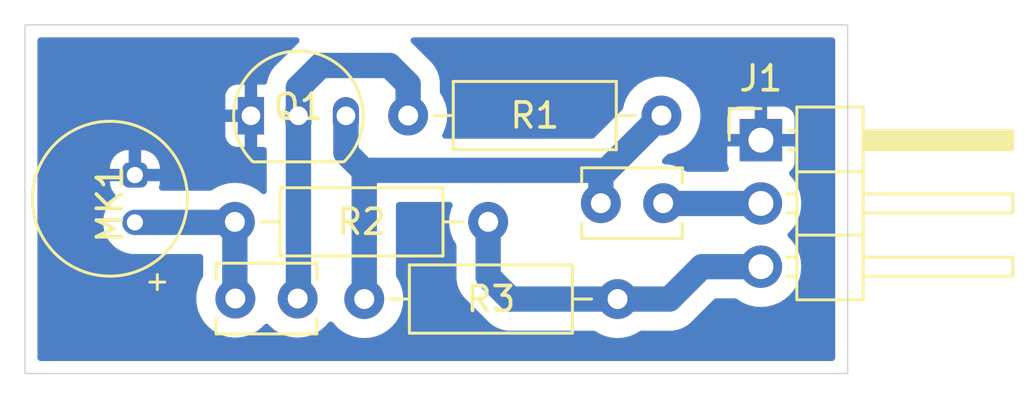
<source format=kicad_pcb>
(kicad_pcb (version 20240108) (generator "pcbnew") (generator_version "8.0")
  (layers (0 "F.Cu" signal) (31 "B.Cu" signal) (34 "B.Paste" user) (35 "F.Paste" user) (36 "B.SilkS" user "B.Silkscreen") (37 "F.SilkS" user "F.Silkscreen") (38 "B.Mask" user) (39 "F.Mask" user) (44 "Edge.Cuts" user))
  (net 0 "")
  (net 1 "Net-(MK1-+)")
  (net 2 "Net-(Q1-B)")
  (net 3 "Net-(Q1-C)")
  (net 4 "Net-(J1-Pin_2)")
  (net 5 "+9V")
  (net 6 "GND")
  (footprint "Resistor_THT:R_Axial_DIN0207_L6.3mm_D2.5mm_P10.16mm_Horizontal" (layer "F.Cu") (at 117.42 98.91)
    (property "Reference" "R2" (at 5.08 0 0) (layer "F.SilkS"))
    (property "Value" "10k")
    (fp_line (start 1.04 0) (end 1.81 0) (stroke (width 0.12)) (layer "F.SilkS"))
    (fp_line (start 1.81 -1.37) (end 1.81 1.37) (stroke (width 0.12)) (layer "F.SilkS"))
    (fp_line (start 1.81 1.37) (end 8.35 1.37) (stroke (width 0.12)) (layer "F.SilkS"))
    (fp_line (start 8.35 -1.37) (end 1.81 -1.37) (stroke (width 0.12)) (layer "F.SilkS"))
    (fp_line (start 8.35 1.37) (end 8.35 -1.37) (stroke (width 0.12)) (layer "F.SilkS"))
    (fp_line (start 9.12 0) (end 8.35 0) (stroke (width 0.12)) (layer "F.SilkS"))
    (pad "1" thru_hole circle (at 0 0) (size 1.6 1.6) (drill 0.8) (layers "*.Cu" "*.Mask") (net 1 "Net-(MK1-+)"))
    (pad "2" thru_hole oval (at 10.16 0) (size 1.6 1.6) (drill 0.8) (layers "*.Cu" "*.Mask") (net 5 "+9V"))
  )
  (footprint "Connector_PinHeader_2.54mm:PinHeader_1x03_P2.54mm_Horizontal" (layer "F.Cu") (at 138.52 95.63)
    (property "Reference" "J1" (at 0 -2.48 360) (layer "F.SilkS"))
    (property "Value" "AMP.")
    (fp_line (start -1.27 -1.27) (end 0 -1.27) (stroke (width 0.12)) (layer "F.SilkS"))
    (fp_line (start -1.27 0) (end -1.27 -1.27) (stroke (width 0.12)) (layer "F.SilkS"))
    (fp_line (start 1.042929 2.16) (end 1.44 2.16) (stroke (width 0.12)) (layer "F.SilkS"))
    (fp_line (start 1.042929 2.92) (end 1.44 2.92) (stroke (width 0.12)) (layer "F.SilkS"))
    (fp_line (start 1.042929 4.7) (end 1.44 4.7) (stroke (width 0.12)) (layer "F.SilkS"))
    (fp_line (start 1.042929 5.46) (end 1.44 5.46) (stroke (width 0.12)) (layer "F.SilkS"))
    (fp_line (start 1.11 -0.38) (end 1.44 -0.38) (stroke (width 0.12)) (layer "F.SilkS"))
    (fp_line (start 1.11 0.38) (end 1.44 0.38) (stroke (width 0.12)) (layer "F.SilkS"))
    (fp_line (start 1.44 -1.33) (end 1.44 6.41) (stroke (width 0.12)) (layer "F.SilkS"))
    (fp_line (start 1.44 1.27) (end 4.1 1.27) (stroke (width 0.12)) (layer "F.SilkS"))
    (fp_line (start 1.44 3.81) (end 4.1 3.81) (stroke (width 0.12)) (layer "F.SilkS"))
    (fp_line (start 1.44 6.41) (end 4.1 6.41) (stroke (width 0.12)) (layer "F.SilkS"))
    (fp_line (start 4.1 -1.33) (end 1.44 -1.33) (stroke (width 0.12)) (layer "F.SilkS"))
    (fp_line (start 4.1 -0.38) (end 10.1 -0.38) (stroke (width 0.12)) (layer "F.SilkS"))
    (fp_line (start 4.1 -0.32) (end 10.1 -0.32) (stroke (width 0.12)) (layer "F.SilkS"))
    (fp_line (start 4.1 -0.2) (end 10.1 -0.2) (stroke (width 0.12)) (layer "F.SilkS"))
    (fp_line (start 4.1 -0.08) (end 10.1 -0.08) (stroke (width 0.12)) (layer "F.SilkS"))
    (fp_line (start 4.1 0.04) (end 10.1 0.04) (stroke (width 0.12)) (layer "F.SilkS"))
    (fp_line (start 4.1 0.16) (end 10.1 0.16) (stroke (width 0.12)) (layer "F.SilkS"))
    (fp_line (start 4.1 0.28) (end 10.1 0.28) (stroke (width 0.12)) (layer "F.SilkS"))
    (fp_line (start 4.1 2.16) (end 10.1 2.16) (stroke (width 0.12)) (layer "F.SilkS"))
    (fp_line (start 4.1 4.7) (end 10.1 4.7) (stroke (width 0.12)) (layer "F.SilkS"))
    (fp_line (start 4.1 6.41) (end 4.1 -1.33) (stroke (width 0.12)) (layer "F.SilkS"))
    (fp_line (start 10.1 -0.38) (end 10.1 0.38) (stroke (width 0.12)) (layer "F.SilkS"))
    (fp_line (start 10.1 0.38) (end 4.1 0.38) (stroke (width 0.12)) (layer "F.SilkS"))
    (fp_line (start 10.1 2.16) (end 10.1 2.92) (stroke (width 0.12)) (layer "F.SilkS"))
    (fp_line (start 10.1 2.92) (end 4.1 2.92) (stroke (width 0.12)) (layer "F.SilkS"))
    (fp_line (start 10.1 4.7) (end 10.1 5.46) (stroke (width 0.12)) (layer "F.SilkS"))
    (fp_line (start 10.1 5.46) (end 4.1 5.46) (stroke (width 0.12)) (layer "F.SilkS"))
    (pad "1" thru_hole rect (at 0 0) (size 1.7 1.7) (drill 1) (layers "*.Cu" "*.Mask") (net 6 "GND"))
    (pad "2" thru_hole oval (at 0 2.54) (size 1.7 1.7) (drill 1) (layers "*.Cu" "*.Mask") (net 4 "Net-(J1-Pin_2)"))
    (pad "3" thru_hole oval (at 0 5.08) (size 1.7 1.7) (drill 1) (layers "*.Cu" "*.Mask") (net 5 "+9V"))
  )
  (footprint "Package_TO_SOT_THT:TO-92_Inline" (layer "F.Cu") (at 118.7 94.65)
    (property "Reference" "Q1" (at 1.27 -0.36 0) (layer "F.SilkS"))
    (property "Value" "2N3904")
    (fp_line (start -0.53 1.85) (end 3.07 1.85) (stroke (width 0.12)) (layer "F.SilkS"))
    (fp_arc (start -0.568478 1.838478) (mid -1.132087 -0.994977) (end 1.27 -2.6) (stroke (width 0.12)) (layer "F.SilkS"))
    (fp_arc (start 1.27 -2.6) (mid 3.672087 -0.994977) (end 3.108478 1.838478) (stroke (width 0.12)) (layer "F.SilkS"))
    (pad "1" thru_hole rect (at -0.635 0) (size 1.05 1.5) (drill 0.75) (layers "*.Cu" "*.Mask") (net 6 "GND"))
    (pad "2" thru_hole oval (at 1.27 0) (size 1.05 1.5) (drill 0.75) (layers "*.Cu" "*.Mask") (net 2 "Net-(Q1-B)"))
    (pad "3" thru_hole oval (at 3.175 0) (size 1.05 1.5) (drill 0.75) (layers "*.Cu" "*.Mask") (net 3 "Net-(Q1-C)"))
  )
  (footprint "Capacitor_THT:C_Disc_D3.8mm_W2.6mm_P2.50mm" (layer "F.Cu") (at 132.1 98.16)
    (property "Reference" "C2" (hide yes))
    (property "Value" "100nF")
    (fp_line (start -0.77 -1.42) (end -0.77 -0.795) (stroke (width 0.12)) (layer "F.SilkS"))
    (fp_line (start -0.77 -1.42) (end 3.27 -1.42) (stroke (width 0.12)) (layer "F.SilkS"))
    (fp_line (start -0.77 0.795) (end -0.77 1.42) (stroke (width 0.12)) (layer "F.SilkS"))
    (fp_line (start -0.77 1.42) (end 3.27 1.42) (stroke (width 0.12)) (layer "F.SilkS"))
    (fp_line (start 3.27 -1.42) (end 3.27 -0.795) (stroke (width 0.12)) (layer "F.SilkS"))
    (fp_line (start 3.27 0.795) (end 3.27 1.42) (stroke (width 0.12)) (layer "F.SilkS"))
    (pad "1" thru_hole circle (at 0 0) (size 1.6 1.6) (drill 0.8) (layers "*.Cu" "*.Mask") (net 3 "Net-(Q1-C)"))
    (pad "2" thru_hole circle (at 2.5 0) (size 1.6 1.6) (drill 0.8) (layers "*.Cu" "*.Mask") (net 4 "Net-(J1-Pin_2)"))
  )
  (footprint "Sensor_Audio:POM-2244P-C3310-2-R" (layer "F.Cu") (at 113.41 97.03 -90)
    (property "Reference" "MK1" (at 1.1675 1 90) (layer "F.SilkS"))
    (property "Value" "Microphone")
    (fp_line (start 4.3 -0.9) (end 4 -0.9) (stroke (width 0.12)) (layer "F.SilkS"))
    (fp_line (start 4.3 -0.9) (end 4.6 -0.9) (stroke (width 0.12)) (layer "F.SilkS"))
    (fp_line (start 4.3 -1.2) (end 4.3 -0.6) (stroke (width 0.12)) (layer "F.SilkS"))
    (fp_circle (center 0.95 1) (end 4.06 1) (stroke (width 0.12)) (fill none) (layer "F.SilkS"))
    (pad "1" thru_hole roundrect (at 0 0 270) (size 1 1) (drill 0.65) (layers "*.Cu" "*.Mask") (net 6 "GND"))
    (pad "2" thru_hole circle (at 1.9 0 270) (size 1 1) (drill 0.65) (layers "*.Cu" "*.Mask") (net 1 "Net-(MK1-+)"))
  )
  (footprint "Resistor_THT:R_Axial_DIN0207_L6.3mm_D2.5mm_P10.16mm_Horizontal" (layer "F.Cu") (at 122.61 102.01)
    (property "Reference" "R3" (at 5.08 0 0) (layer "F.SilkS"))
    (property "Value" "10k")
    (fp_line (start 1.04 0) (end 1.81 0) (stroke (width 0.12)) (layer "F.SilkS"))
    (fp_line (start 1.81 -1.37) (end 1.81 1.37) (stroke (width 0.12)) (layer "F.SilkS"))
    (fp_line (start 1.81 1.37) (end 8.35 1.37) (stroke (width 0.12)) (layer "F.SilkS"))
    (fp_line (start 8.35 -1.37) (end 1.81 -1.37) (stroke (width 0.12)) (layer "F.SilkS"))
    (fp_line (start 8.35 1.37) (end 8.35 -1.37) (stroke (width 0.12)) (layer "F.SilkS"))
    (fp_line (start 9.12 0) (end 8.35 0) (stroke (width 0.12)) (layer "F.SilkS"))
    (pad "1" thru_hole circle (at 0 0) (size 1.6 1.6) (drill 0.8) (layers "*.Cu" "*.Mask") (net 3 "Net-(Q1-C)"))
    (pad "2" thru_hole oval (at 10.16 0) (size 1.6 1.6) (drill 0.8) (layers "*.Cu" "*.Mask") (net 5 "+9V"))
  )
  (footprint "Resistor_THT:R_Axial_DIN0207_L6.3mm_D2.5mm_P10.16mm_Horizontal" (layer "F.Cu") (at 124.37 94.64)
    (property "Reference" "R1" (at 5.08 0 0) (layer "F.SilkS"))
    (property "Value" "100k")
    (fp_line (start 1.04 0) (end 1.81 0) (stroke (width 0.12)) (layer "F.SilkS"))
    (fp_line (start 1.81 -1.37) (end 1.81 1.37) (stroke (width 0.12)) (layer "F.SilkS"))
    (fp_line (start 1.81 1.37) (end 8.35 1.37) (stroke (width 0.12)) (layer "F.SilkS"))
    (fp_line (start 8.35 -1.37) (end 1.81 -1.37) (stroke (width 0.12)) (layer "F.SilkS"))
    (fp_line (start 8.35 1.37) (end 8.35 -1.37) (stroke (width 0.12)) (layer "F.SilkS"))
    (fp_line (start 9.12 0) (end 8.35 0) (stroke (width 0.12)) (layer "F.SilkS"))
    (pad "1" thru_hole circle (at 0 0) (size 1.6 1.6) (drill 0.8) (layers "*.Cu" "*.Mask") (net 2 "Net-(Q1-B)"))
    (pad "2" thru_hole oval (at 10.16 0) (size 1.6 1.6) (drill 0.8) (layers "*.Cu" "*.Mask") (net 3 "Net-(Q1-C)"))
  )
  (footprint "Capacitor_THT:C_Disc_D3.8mm_W2.6mm_P2.50mm" (layer "F.Cu") (at 117.44 101.99)
    (property "Reference" "C1" (hide yes))
    (property "Value" "100nF")
    (fp_line (start -0.77 -1.42) (end -0.77 -0.795) (stroke (width 0.12)) (layer "F.SilkS"))
    (fp_line (start -0.77 -1.42) (end 3.27 -1.42) (stroke (width 0.12)) (layer "F.SilkS"))
    (fp_line (start -0.77 0.795) (end -0.77 1.42) (stroke (width 0.12)) (layer "F.SilkS"))
    (fp_line (start -0.77 1.42) (end 3.27 1.42) (stroke (width 0.12)) (layer "F.SilkS"))
    (fp_line (start 3.27 -1.42) (end 3.27 -0.795) (stroke (width 0.12)) (layer "F.SilkS"))
    (fp_line (start 3.27 0.795) (end 3.27 1.42) (stroke (width 0.12)) (layer "F.SilkS"))
    (pad "1" thru_hole circle (at 0 0) (size 1.6 1.6) (drill 0.8) (layers "*.Cu" "*.Mask") (net 1 "Net-(MK1-+)"))
    (pad "2" thru_hole circle (at 2.5 0) (size 1.6 1.6) (drill 0.8) (layers "*.Cu" "*.Mask") (net 2 "Net-(Q1-B)"))
  )
  (gr_line (start 109 91) (end 142 91) (stroke (width 0.05)) (layer "Edge.Cuts"))
  (gr_line (start 142 105) (end 109 105) (stroke (width 0.05)) (layer "Edge.Cuts"))
  (gr_line (start 142 91) (end 142 104) (stroke (width 0.05)) (layer "Edge.Cuts"))
  (gr_line (start 109 105) (end 109 91) (stroke (width 0.05)) (layer "Edge.Cuts"))
  (gr_line (start 142 104) (end 142 105) (stroke (width 0.05)) (layer "Edge.Cuts"))
  (segment (start 117.42 98.91) (end 117.42 101.97) (width 1.016) (layer "B.Cu") (net 1))
  (segment (start 113.41 98.93) (end 117.4 98.93) (width 1.016) (layer "B.Cu") (net 1))
  (segment (start 117.42 101.97) (end 117.44 101.99) (width 1.016) (layer "B.Cu") (net 1))
  (segment (start 117.4 98.93) (end 117.42 98.91) (width 1.016) (layer "B.Cu") (net 1))
  (segment (start 124.37 93.38) (end 124.37 94.64) (width 1.016) (layer "B.Cu") (net 2))
  (segment (start 120.86 92.63) (end 123.62 92.63) (width 1.016) (layer "B.Cu") (net 2))
  (segment (start 119.97 93.52) (end 120.86 92.63) (width 1.016) (layer "B.Cu") (net 2))
  (segment (start 119.97 94.65) (end 119.97 101.96) (width 1.016) (layer "B.Cu") (net 2))
  (segment (start 119.97 94.65) (end 119.97 93.52) (width 1.016) (layer "B.Cu") (net 2))
  (segment (start 119.97 101.96) (end 119.94 101.99) (width 1.016) (layer "B.Cu") (net 2))
  (segment (start 123.62 92.63) (end 124.37 93.38) (width 1.016) (layer "B.Cu") (net 2))
  (segment (start 132.1 97.07) (end 132.33 96.84) (width 1.016) (layer "B.Cu") (net 3))
  (segment (start 121.875 96.135) (end 122.61 96.87) (width 1.016) (layer "B.Cu") (net 3))
  (segment (start 121.875 94.65) (end 121.875 96.135) (width 1.016) (layer "B.Cu") (net 3))
  (segment (start 122.921 96.84) (end 132.33 96.84) (width 1.016) (layer "B.Cu") (net 3))
  (segment (start 122.61 97.151) (end 122.61 102.01) (width 1.016) (layer "B.Cu") (net 3))
  (segment (start 132.33 96.84) (end 134.53 94.64) (width 1.016) (layer "B.Cu") (net 3))
  (segment (start 122.61 97.151) (end 122.921 96.84) (width 1.016) (layer "B.Cu") (net 3))
  (segment (start 132.1 98.16) (end 132.1 97.07) (width 1.016) (layer "B.Cu") (net 3))
  (segment (start 122.61 96.87) (end 122.61 97.151) (width 1.016) (layer "B.Cu") (net 3))
  (segment (start 134.61 98.17) (end 134.6 98.16) (width 1.016) (layer "B.Cu") (net 4))
  (segment (start 138.52 98.17) (end 134.61 98.17) (width 1.016) (layer "B.Cu") (net 4))
  (segment (start 136.15 100.71) (end 134.85 102.01) (width 1.016) (layer "B.Cu") (net 5))
  (segment (start 134.85 102.01) (end 132.77 102.01) (width 1.016) (layer "B.Cu") (net 5))
  (segment (start 128.48 102.01) (end 132.77 102.01) (width 1.016) (layer "B.Cu") (net 5))
  (segment (start 127.58 98.91) (end 127.58 101.11) (width 1.016) (layer "B.Cu") (net 5))
  (segment (start 138.52 100.71) (end 136.15 100.71) (width 1.016) (layer "B.Cu") (net 5))
  (segment (start 127.58 101.11) (end 128.48 102.01) (width 1.016) (layer "B.Cu") (net 5))
  (zone (net 6) (net_name "GND") (layer "B.Cu") (connect_pads (clearance 0.5)) (min_thickness 0.25) (fill yes (thermal_gap 0.5) (thermal_bridge_width 0.5))
    (polygon (pts (xy 108 90) (xy 143 90) (xy 143 106) (xy 108 106)))
  )
)
</source>
